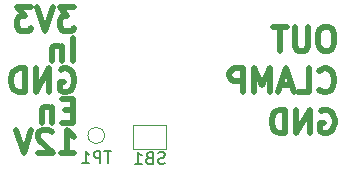
<source format=gbo>
G04 #@! TF.GenerationSoftware,KiCad,Pcbnew,8.0.2*
G04 #@! TF.CreationDate,2024-06-29T14:49:15+02:00*
G04 #@! TF.ProjectId,STM32F4_GateSignalGenerator_GateDriver,53544d33-3246-4345-9f47-617465536967,rev?*
G04 #@! TF.SameCoordinates,Original*
G04 #@! TF.FileFunction,Legend,Bot*
G04 #@! TF.FilePolarity,Positive*
%FSLAX46Y46*%
G04 Gerber Fmt 4.6, Leading zero omitted, Abs format (unit mm)*
G04 Created by KiCad (PCBNEW 8.0.2) date 2024-06-29 14:49:15*
%MOMM*%
%LPD*%
G01*
G04 APERTURE LIST*
G04 Aperture macros list*
%AMFreePoly0*
4,1,6,1.000000,0.000000,0.500000,-0.750000,-0.500000,-0.750000,-0.500000,0.750000,0.500000,0.750000,1.000000,0.000000,1.000000,0.000000,$1*%
%AMFreePoly1*
4,1,6,0.500000,-0.750000,-0.650000,-0.750000,-0.150000,0.000000,-0.650000,0.750000,0.500000,0.750000,0.500000,-0.750000,0.500000,-0.750000,$1*%
G04 Aperture macros list end*
%ADD10C,0.500000*%
%ADD11C,0.200000*%
%ADD12C,0.120000*%
%ADD13C,2.500000*%
%ADD14R,1.500000X1.500000*%
%ADD15C,1.500000*%
%ADD16C,1.000000*%
%ADD17FreePoly0,0.000000*%
%ADD18FreePoly1,0.000000*%
%ADD19O,1.700000X1.700000*%
%ADD20R,1.700000X1.700000*%
G04 APERTURE END LIST*
D10*
X183413910Y-89429238D02*
X183032957Y-89429238D01*
X183032957Y-89429238D02*
X182842481Y-89524476D01*
X182842481Y-89524476D02*
X182652005Y-89714952D01*
X182652005Y-89714952D02*
X182556767Y-90095904D01*
X182556767Y-90095904D02*
X182556767Y-90762571D01*
X182556767Y-90762571D02*
X182652005Y-91143523D01*
X182652005Y-91143523D02*
X182842481Y-91334000D01*
X182842481Y-91334000D02*
X183032957Y-91429238D01*
X183032957Y-91429238D02*
X183413910Y-91429238D01*
X183413910Y-91429238D02*
X183604386Y-91334000D01*
X183604386Y-91334000D02*
X183794862Y-91143523D01*
X183794862Y-91143523D02*
X183890100Y-90762571D01*
X183890100Y-90762571D02*
X183890100Y-90095904D01*
X183890100Y-90095904D02*
X183794862Y-89714952D01*
X183794862Y-89714952D02*
X183604386Y-89524476D01*
X183604386Y-89524476D02*
X183413910Y-89429238D01*
X181699624Y-89429238D02*
X181699624Y-91048285D01*
X181699624Y-91048285D02*
X181604386Y-91238761D01*
X181604386Y-91238761D02*
X181509148Y-91334000D01*
X181509148Y-91334000D02*
X181318672Y-91429238D01*
X181318672Y-91429238D02*
X180937719Y-91429238D01*
X180937719Y-91429238D02*
X180747243Y-91334000D01*
X180747243Y-91334000D02*
X180652005Y-91238761D01*
X180652005Y-91238761D02*
X180556767Y-91048285D01*
X180556767Y-91048285D02*
X180556767Y-89429238D01*
X179890100Y-89429238D02*
X178747243Y-89429238D01*
X179318672Y-91429238D02*
X179318672Y-89429238D01*
X161885338Y-87729238D02*
X160647243Y-87729238D01*
X160647243Y-87729238D02*
X161313910Y-88491142D01*
X161313910Y-88491142D02*
X161028195Y-88491142D01*
X161028195Y-88491142D02*
X160837719Y-88586380D01*
X160837719Y-88586380D02*
X160742481Y-88681619D01*
X160742481Y-88681619D02*
X160647243Y-88872095D01*
X160647243Y-88872095D02*
X160647243Y-89348285D01*
X160647243Y-89348285D02*
X160742481Y-89538761D01*
X160742481Y-89538761D02*
X160837719Y-89634000D01*
X160837719Y-89634000D02*
X161028195Y-89729238D01*
X161028195Y-89729238D02*
X161599624Y-89729238D01*
X161599624Y-89729238D02*
X161790100Y-89634000D01*
X161790100Y-89634000D02*
X161885338Y-89538761D01*
X160075814Y-87729238D02*
X159409148Y-89729238D01*
X159409148Y-89729238D02*
X158742481Y-87729238D01*
X158266290Y-87729238D02*
X157028195Y-87729238D01*
X157028195Y-87729238D02*
X157694862Y-88491142D01*
X157694862Y-88491142D02*
X157409147Y-88491142D01*
X157409147Y-88491142D02*
X157218671Y-88586380D01*
X157218671Y-88586380D02*
X157123433Y-88681619D01*
X157123433Y-88681619D02*
X157028195Y-88872095D01*
X157028195Y-88872095D02*
X157028195Y-89348285D01*
X157028195Y-89348285D02*
X157123433Y-89538761D01*
X157123433Y-89538761D02*
X157218671Y-89634000D01*
X157218671Y-89634000D02*
X157409147Y-89729238D01*
X157409147Y-89729238D02*
X157980576Y-89729238D01*
X157980576Y-89729238D02*
X158171052Y-89634000D01*
X158171052Y-89634000D02*
X158266290Y-89538761D01*
X182652005Y-94738761D02*
X182747243Y-94834000D01*
X182747243Y-94834000D02*
X183032957Y-94929238D01*
X183032957Y-94929238D02*
X183223433Y-94929238D01*
X183223433Y-94929238D02*
X183509148Y-94834000D01*
X183509148Y-94834000D02*
X183699624Y-94643523D01*
X183699624Y-94643523D02*
X183794862Y-94453047D01*
X183794862Y-94453047D02*
X183890100Y-94072095D01*
X183890100Y-94072095D02*
X183890100Y-93786380D01*
X183890100Y-93786380D02*
X183794862Y-93405428D01*
X183794862Y-93405428D02*
X183699624Y-93214952D01*
X183699624Y-93214952D02*
X183509148Y-93024476D01*
X183509148Y-93024476D02*
X183223433Y-92929238D01*
X183223433Y-92929238D02*
X183032957Y-92929238D01*
X183032957Y-92929238D02*
X182747243Y-93024476D01*
X182747243Y-93024476D02*
X182652005Y-93119714D01*
X180842481Y-94929238D02*
X181794862Y-94929238D01*
X181794862Y-94929238D02*
X181794862Y-92929238D01*
X180271052Y-94357809D02*
X179318671Y-94357809D01*
X180461528Y-94929238D02*
X179794862Y-92929238D01*
X179794862Y-92929238D02*
X179128195Y-94929238D01*
X178461528Y-94929238D02*
X178461528Y-92929238D01*
X178461528Y-92929238D02*
X177794861Y-94357809D01*
X177794861Y-94357809D02*
X177128195Y-92929238D01*
X177128195Y-92929238D02*
X177128195Y-94929238D01*
X176175814Y-94929238D02*
X176175814Y-92929238D01*
X176175814Y-92929238D02*
X175413909Y-92929238D01*
X175413909Y-92929238D02*
X175223433Y-93024476D01*
X175223433Y-93024476D02*
X175128195Y-93119714D01*
X175128195Y-93119714D02*
X175032957Y-93310190D01*
X175032957Y-93310190D02*
X175032957Y-93595904D01*
X175032957Y-93595904D02*
X175128195Y-93786380D01*
X175128195Y-93786380D02*
X175223433Y-93881619D01*
X175223433Y-93881619D02*
X175413909Y-93976857D01*
X175413909Y-93976857D02*
X176175814Y-93976857D01*
X160747243Y-100129238D02*
X161890100Y-100129238D01*
X161318672Y-100129238D02*
X161318672Y-98129238D01*
X161318672Y-98129238D02*
X161509148Y-98414952D01*
X161509148Y-98414952D02*
X161699624Y-98605428D01*
X161699624Y-98605428D02*
X161890100Y-98700666D01*
X159985338Y-98319714D02*
X159890100Y-98224476D01*
X159890100Y-98224476D02*
X159699624Y-98129238D01*
X159699624Y-98129238D02*
X159223433Y-98129238D01*
X159223433Y-98129238D02*
X159032957Y-98224476D01*
X159032957Y-98224476D02*
X158937719Y-98319714D01*
X158937719Y-98319714D02*
X158842481Y-98510190D01*
X158842481Y-98510190D02*
X158842481Y-98700666D01*
X158842481Y-98700666D02*
X158937719Y-98986380D01*
X158937719Y-98986380D02*
X160080576Y-100129238D01*
X160080576Y-100129238D02*
X158842481Y-100129238D01*
X158271052Y-98129238D02*
X157604386Y-100129238D01*
X157604386Y-100129238D02*
X156937719Y-98129238D01*
X160747243Y-93024476D02*
X160937719Y-92929238D01*
X160937719Y-92929238D02*
X161223433Y-92929238D01*
X161223433Y-92929238D02*
X161509148Y-93024476D01*
X161509148Y-93024476D02*
X161699624Y-93214952D01*
X161699624Y-93214952D02*
X161794862Y-93405428D01*
X161794862Y-93405428D02*
X161890100Y-93786380D01*
X161890100Y-93786380D02*
X161890100Y-94072095D01*
X161890100Y-94072095D02*
X161794862Y-94453047D01*
X161794862Y-94453047D02*
X161699624Y-94643523D01*
X161699624Y-94643523D02*
X161509148Y-94834000D01*
X161509148Y-94834000D02*
X161223433Y-94929238D01*
X161223433Y-94929238D02*
X161032957Y-94929238D01*
X161032957Y-94929238D02*
X160747243Y-94834000D01*
X160747243Y-94834000D02*
X160652005Y-94738761D01*
X160652005Y-94738761D02*
X160652005Y-94072095D01*
X160652005Y-94072095D02*
X161032957Y-94072095D01*
X159794862Y-94929238D02*
X159794862Y-92929238D01*
X159794862Y-92929238D02*
X158652005Y-94929238D01*
X158652005Y-94929238D02*
X158652005Y-92929238D01*
X157699624Y-94929238D02*
X157699624Y-92929238D01*
X157699624Y-92929238D02*
X157223434Y-92929238D01*
X157223434Y-92929238D02*
X156937719Y-93024476D01*
X156937719Y-93024476D02*
X156747243Y-93214952D01*
X156747243Y-93214952D02*
X156652005Y-93405428D01*
X156652005Y-93405428D02*
X156556767Y-93786380D01*
X156556767Y-93786380D02*
X156556767Y-94072095D01*
X156556767Y-94072095D02*
X156652005Y-94453047D01*
X156652005Y-94453047D02*
X156747243Y-94643523D01*
X156747243Y-94643523D02*
X156937719Y-94834000D01*
X156937719Y-94834000D02*
X157223434Y-94929238D01*
X157223434Y-94929238D02*
X157699624Y-94929238D01*
X161794862Y-96481619D02*
X161128195Y-96481619D01*
X160842481Y-97529238D02*
X161794862Y-97529238D01*
X161794862Y-97529238D02*
X161794862Y-95529238D01*
X161794862Y-95529238D02*
X160842481Y-95529238D01*
X159985338Y-96195904D02*
X159985338Y-97529238D01*
X159985338Y-96386380D02*
X159890100Y-96291142D01*
X159890100Y-96291142D02*
X159699624Y-96195904D01*
X159699624Y-96195904D02*
X159413909Y-96195904D01*
X159413909Y-96195904D02*
X159223433Y-96291142D01*
X159223433Y-96291142D02*
X159128195Y-96481619D01*
X159128195Y-96481619D02*
X159128195Y-97529238D01*
X182797243Y-96524476D02*
X182987719Y-96429238D01*
X182987719Y-96429238D02*
X183273433Y-96429238D01*
X183273433Y-96429238D02*
X183559148Y-96524476D01*
X183559148Y-96524476D02*
X183749624Y-96714952D01*
X183749624Y-96714952D02*
X183844862Y-96905428D01*
X183844862Y-96905428D02*
X183940100Y-97286380D01*
X183940100Y-97286380D02*
X183940100Y-97572095D01*
X183940100Y-97572095D02*
X183844862Y-97953047D01*
X183844862Y-97953047D02*
X183749624Y-98143523D01*
X183749624Y-98143523D02*
X183559148Y-98334000D01*
X183559148Y-98334000D02*
X183273433Y-98429238D01*
X183273433Y-98429238D02*
X183082957Y-98429238D01*
X183082957Y-98429238D02*
X182797243Y-98334000D01*
X182797243Y-98334000D02*
X182702005Y-98238761D01*
X182702005Y-98238761D02*
X182702005Y-97572095D01*
X182702005Y-97572095D02*
X183082957Y-97572095D01*
X181844862Y-98429238D02*
X181844862Y-96429238D01*
X181844862Y-96429238D02*
X180702005Y-98429238D01*
X180702005Y-98429238D02*
X180702005Y-96429238D01*
X179749624Y-98429238D02*
X179749624Y-96429238D01*
X179749624Y-96429238D02*
X179273434Y-96429238D01*
X179273434Y-96429238D02*
X178987719Y-96524476D01*
X178987719Y-96524476D02*
X178797243Y-96714952D01*
X178797243Y-96714952D02*
X178702005Y-96905428D01*
X178702005Y-96905428D02*
X178606767Y-97286380D01*
X178606767Y-97286380D02*
X178606767Y-97572095D01*
X178606767Y-97572095D02*
X178702005Y-97953047D01*
X178702005Y-97953047D02*
X178797243Y-98143523D01*
X178797243Y-98143523D02*
X178987719Y-98334000D01*
X178987719Y-98334000D02*
X179273434Y-98429238D01*
X179273434Y-98429238D02*
X179749624Y-98429238D01*
X161794862Y-92329238D02*
X161794862Y-90329238D01*
X160842481Y-90995904D02*
X160842481Y-92329238D01*
X160842481Y-91186380D02*
X160747243Y-91091142D01*
X160747243Y-91091142D02*
X160556767Y-90995904D01*
X160556767Y-90995904D02*
X160271052Y-90995904D01*
X160271052Y-90995904D02*
X160080576Y-91091142D01*
X160080576Y-91091142D02*
X159985338Y-91281619D01*
X159985338Y-91281619D02*
X159985338Y-92329238D01*
D11*
X165011904Y-99952219D02*
X164440476Y-99952219D01*
X164726190Y-100952219D02*
X164726190Y-99952219D01*
X164107142Y-100952219D02*
X164107142Y-99952219D01*
X164107142Y-99952219D02*
X163726190Y-99952219D01*
X163726190Y-99952219D02*
X163630952Y-99999838D01*
X163630952Y-99999838D02*
X163583333Y-100047457D01*
X163583333Y-100047457D02*
X163535714Y-100142695D01*
X163535714Y-100142695D02*
X163535714Y-100285552D01*
X163535714Y-100285552D02*
X163583333Y-100380790D01*
X163583333Y-100380790D02*
X163630952Y-100428409D01*
X163630952Y-100428409D02*
X163726190Y-100476028D01*
X163726190Y-100476028D02*
X164107142Y-100476028D01*
X162583333Y-100952219D02*
X163154761Y-100952219D01*
X162869047Y-100952219D02*
X162869047Y-99952219D01*
X162869047Y-99952219D02*
X162964285Y-100095076D01*
X162964285Y-100095076D02*
X163059523Y-100190314D01*
X163059523Y-100190314D02*
X163154761Y-100237933D01*
X169561904Y-100954600D02*
X169419047Y-101002219D01*
X169419047Y-101002219D02*
X169180952Y-101002219D01*
X169180952Y-101002219D02*
X169085714Y-100954600D01*
X169085714Y-100954600D02*
X169038095Y-100906980D01*
X169038095Y-100906980D02*
X168990476Y-100811742D01*
X168990476Y-100811742D02*
X168990476Y-100716504D01*
X168990476Y-100716504D02*
X169038095Y-100621266D01*
X169038095Y-100621266D02*
X169085714Y-100573647D01*
X169085714Y-100573647D02*
X169180952Y-100526028D01*
X169180952Y-100526028D02*
X169371428Y-100478409D01*
X169371428Y-100478409D02*
X169466666Y-100430790D01*
X169466666Y-100430790D02*
X169514285Y-100383171D01*
X169514285Y-100383171D02*
X169561904Y-100287933D01*
X169561904Y-100287933D02*
X169561904Y-100192695D01*
X169561904Y-100192695D02*
X169514285Y-100097457D01*
X169514285Y-100097457D02*
X169466666Y-100049838D01*
X169466666Y-100049838D02*
X169371428Y-100002219D01*
X169371428Y-100002219D02*
X169133333Y-100002219D01*
X169133333Y-100002219D02*
X168990476Y-100049838D01*
X168228571Y-100478409D02*
X168085714Y-100526028D01*
X168085714Y-100526028D02*
X168038095Y-100573647D01*
X168038095Y-100573647D02*
X167990476Y-100668885D01*
X167990476Y-100668885D02*
X167990476Y-100811742D01*
X167990476Y-100811742D02*
X168038095Y-100906980D01*
X168038095Y-100906980D02*
X168085714Y-100954600D01*
X168085714Y-100954600D02*
X168180952Y-101002219D01*
X168180952Y-101002219D02*
X168561904Y-101002219D01*
X168561904Y-101002219D02*
X168561904Y-100002219D01*
X168561904Y-100002219D02*
X168228571Y-100002219D01*
X168228571Y-100002219D02*
X168133333Y-100049838D01*
X168133333Y-100049838D02*
X168085714Y-100097457D01*
X168085714Y-100097457D02*
X168038095Y-100192695D01*
X168038095Y-100192695D02*
X168038095Y-100287933D01*
X168038095Y-100287933D02*
X168085714Y-100383171D01*
X168085714Y-100383171D02*
X168133333Y-100430790D01*
X168133333Y-100430790D02*
X168228571Y-100478409D01*
X168228571Y-100478409D02*
X168561904Y-100478409D01*
X167038095Y-101002219D02*
X167609523Y-101002219D01*
X167323809Y-101002219D02*
X167323809Y-100002219D01*
X167323809Y-100002219D02*
X167419047Y-100145076D01*
X167419047Y-100145076D02*
X167514285Y-100240314D01*
X167514285Y-100240314D02*
X167609523Y-100287933D01*
D12*
X164450000Y-98600000D02*
G75*
G02*
X163050000Y-98600000I-700000J0D01*
G01*
X163050000Y-98600000D02*
G75*
G02*
X164450000Y-98600000I700000J0D01*
G01*
X166900000Y-97750000D02*
X169700000Y-97750000D01*
X166900000Y-99750000D02*
X166900000Y-97750000D01*
X169700000Y-97750000D02*
X169700000Y-99750000D01*
X169700000Y-99750000D02*
X166900000Y-99750000D01*
%LPC*%
D13*
X186100000Y-97500000D03*
X186100000Y-94000000D03*
X186100000Y-90500000D03*
D14*
X173300000Y-101300000D03*
D15*
X173300000Y-98760000D03*
X173300000Y-93680000D03*
X173300000Y-88600000D03*
D16*
X163750000Y-98600000D03*
D17*
X167575000Y-98750000D03*
D18*
X169025000Y-98750000D03*
D19*
X155075000Y-88915000D03*
X155075000Y-91455000D03*
X155075000Y-93995000D03*
X155075000Y-96535000D03*
D20*
X155075000Y-99075000D03*
%LPD*%
M02*

</source>
